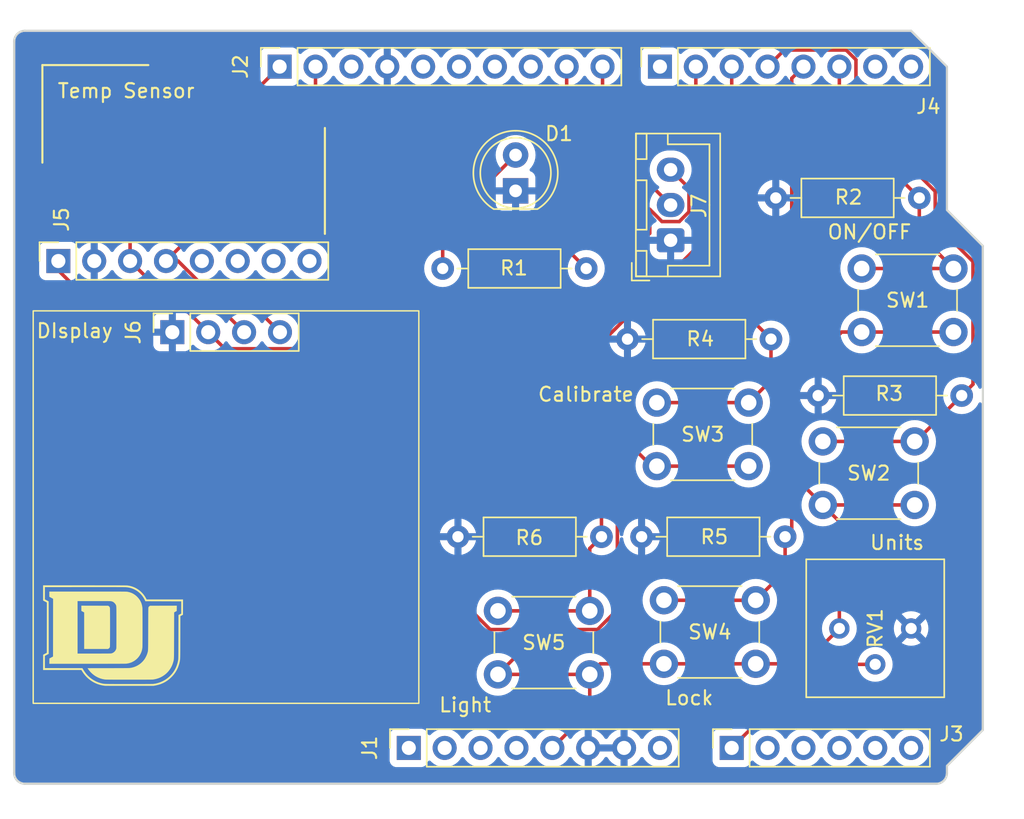
<source format=kicad_pcb>
(kicad_pcb (version 20240108) (generator "pcbnew") (generator_version "8.0")
  (title_block (title "Uno Shield ThermoPro") (date "2/3/2025") (rev "1.0") (company "Luciano Henriquez"))
  (layers (0 "F.Cu" signal) (31 "B.Cu" power) (34 "B.Paste" user) (35 "F.Paste" user) (36 "B.SilkS" user "B.Silkscreen") (37 "F.SilkS" user "F.Silkscreen") (38 "B.Mask" user) (39 "F.Mask" user) (44 "Edge.Cuts" user))
  (net 0 "")
  (net 1 "GND")
  (net 2 "+5V")
  (net 3 "/IOREF")
  (net 4 "/A1")
  (net 5 "/A2")
  (net 6 "/A3")
  (net 7 "/SDA{slash}A4")
  (net 8 "/SCL{slash}A5")
  (net 9 "/13")
  (net 10 "/12")
  (net 11 "/AREF")
  (net 12 "/temp_digital")
  (net 13 "/7")
  (net 14 "/*11")
  (net 15 "/*10")
  (net 16 "/TX{slash}1")
  (net 17 "/RX{slash}0")
  (net 18 "+3V3")
  (net 19 "VCC")
  (net 20 "/~{RESET}")
  (net 21 "/I2C_SCL")
  (net 22 "/I2C_SDA")
  (net 23 "/button_onoff")
  (net 24 "/button_lock")
  (net 25 "/button_light")
  (net 26 "/button_units")
  (net 27 "/button_cal")
  (net 28 "Net-(D1-A)")
  (net 29 "/led_light")
  (net 30 "/temp_sensor")
  (footprint "Connector_PinSocket_2.54mm:PinSocket_1x08_P2.54mm_Vertical" (layer "F.Cu") (at 127.94 97.46 90)
    (property "Reference" "J1" (at 0 -2.77 90) (layer "F.SilkS"))
    (property "Value" "Power")
    (pad "1" thru_hole rect (at 0 0 90) (size 1.7 1.7) (drill 1) (layers "*.Cu" "*.Mask"))
    (pad "2" thru_hole oval (at 0 2.54 90) (size 1.7 1.7) (drill 1) (layers "*.Cu" "*.Mask") (net 3 "/IOREF"))
    (pad "3" thru_hole oval (at 0 5.08 90) (size 1.7 1.7) (drill 1) (layers "*.Cu" "*.Mask") (net 20 "/~{RESET}"))
    (pad "4" thru_hole oval (at 0 7.62 90) (size 1.7 1.7) (drill 1) (layers "*.Cu" "*.Mask") (net 18 "+3V3"))
    (pad "5" thru_hole oval (at 0 10.16 90) (size 1.7 1.7) (drill 1) (layers "*.Cu" "*.Mask") (net 2 "+5V"))
    (pad "6" thru_hole oval (at 0 12.7 90) (size 1.7 1.7) (drill 1) (layers "*.Cu" "*.Mask") (net 1 "GND"))
    (pad "7" thru_hole oval (at 0 15.24 90) (size 1.7 1.7) (drill 1) (layers "*.Cu" "*.Mask") (net 1 "GND"))
    (pad "8" thru_hole oval (at 0 17.78 90) (size 1.7 1.7) (drill 1) (layers "*.Cu" "*.Mask") (net 19 "VCC"))
  )
  (footprint "Connector_PinSocket_2.54mm:PinSocket_1x06_P2.54mm_Vertical" (layer "F.Cu") (at 150.8 97.46 90)
    (property "Reference" "J3" (at 0.98 15.56 180) (layer "F.SilkS"))
    (property "Value" "Analog")
    (pad "1" thru_hole rect (at 0 0 90) (size 1.7 1.7) (drill 1) (layers "*.Cu" "*.Mask") (net 30 "/temp_sensor"))
    (pad "2" thru_hole oval (at 0 2.54 90) (size 1.7 1.7) (drill 1) (layers "*.Cu" "*.Mask") (net 4 "/A1"))
    (pad "3" thru_hole oval (at 0 5.08 90) (size 1.7 1.7) (drill 1) (layers "*.Cu" "*.Mask") (net 5 "/A2"))
    (pad "4" thru_hole oval (at 0 7.62 90) (size 1.7 1.7) (drill 1) (layers "*.Cu" "*.Mask") (net 6 "/A3"))
    (pad "5" thru_hole oval (at 0 10.16 90) (size 1.7 1.7) (drill 1) (layers "*.Cu" "*.Mask") (net 7 "/SDA{slash}A4"))
    (pad "6" thru_hole oval (at 0 12.7 90) (size 1.7 1.7) (drill 1) (layers "*.Cu" "*.Mask") (net 8 "/SCL{slash}A5"))
  )
  (footprint "Connector_PinSocket_2.54mm:PinSocket_1x10_P2.54mm_Vertical" (layer "F.Cu") (at 118.796 49.2 90)
    (property "Reference" "J2" (at 0 -2.77 90) (layer "F.SilkS"))
    (property "Value" "Digital/PWM")
    (pad "1" thru_hole rect (at 0 0 90) (size 1.7 1.7) (drill 1) (layers "*.Cu" "*.Mask") (net 21 "/I2C_SCL"))
    (pad "2" thru_hole oval (at 0 2.54 90) (size 1.7 1.7) (drill 1) (layers "*.Cu" "*.Mask") (net 22 "/I2C_SDA"))
    (pad "3" thru_hole oval (at 0 5.08 90) (size 1.7 1.7) (drill 1) (layers "*.Cu" "*.Mask") (net 11 "/AREF"))
    (pad "4" thru_hole oval (at 0 7.62 90) (size 1.7 1.7) (drill 1) (layers "*.Cu" "*.Mask") (net 1 "GND"))
    (pad "5" thru_hole oval (at 0 10.16 90) (size 1.7 1.7) (drill 1) (layers "*.Cu" "*.Mask") (net 9 "/13"))
    (pad "6" thru_hole oval (at 0 12.7 90) (size 1.7 1.7) (drill 1) (layers "*.Cu" "*.Mask") (net 10 "/12"))
    (pad "7" thru_hole oval (at 0 15.24 90) (size 1.7 1.7) (drill 1) (layers "*.Cu" "*.Mask") (net 14 "/*11"))
    (pad "8" thru_hole oval (at 0 17.78 90) (size 1.7 1.7) (drill 1) (layers "*.Cu" "*.Mask") (net 15 "/*10"))
    (pad "9" thru_hole oval (at 0 20.32 90) (size 1.7 1.7) (drill 1) (layers "*.Cu" "*.Mask") (net 29 "/led_light"))
    (pad "10" thru_hole oval (at 0 22.86 90) (size 1.7 1.7) (drill 1) (layers "*.Cu" "*.Mask") (net 12 "/temp_digital"))
  )
  (footprint "Connector_PinSocket_2.54mm:PinSocket_1x08_P2.54mm_Vertical" (layer "F.Cu") (at 145.72 49.2 90)
    (property "Reference" "J4" (at -2.83 19 180) (layer "F.SilkS"))
    (property "Value" "Digital/PWM")
    (pad "1" thru_hole rect (at 0 0 90) (size 1.7 1.7) (drill 1) (layers "*.Cu" "*.Mask") (net 13 "/7"))
    (pad "2" thru_hole oval (at 0 2.54 90) (size 1.7 1.7) (drill 1) (layers "*.Cu" "*.Mask") (net 25 "/button_light"))
    (pad "3" thru_hole oval (at 0 5.08 90) (size 1.7 1.7) (drill 1) (layers "*.Cu" "*.Mask") (net 27 "/button_cal"))
    (pad "4" thru_hole oval (at 0 7.62 90) (size 1.7 1.7) (drill 1) (layers "*.Cu" "*.Mask") (net 26 "/button_units"))
    (pad "5" thru_hole oval (at 0 10.16 90) (size 1.7 1.7) (drill 1) (layers "*.Cu" "*.Mask") (net 24 "/button_lock"))
    (pad "6" thru_hole oval (at 0 12.7 90) (size 1.7 1.7) (drill 1) (layers "*.Cu" "*.Mask") (net 23 "/button_onoff"))
    (pad "7" thru_hole oval (at 0 15.24 90) (size 1.7 1.7) (drill 1) (layers "*.Cu" "*.Mask") (net 16 "/TX{slash}1"))
    (pad "8" thru_hole oval (at 0 17.78 90) (size 1.7 1.7) (drill 1) (layers "*.Cu" "*.Mask") (net 17 "/RX{slash}0"))
  )
  (footprint "Button_Switch_THT:SW_PUSH_6mm" (layer "F.Cu") (at 146 87)
    (property "Reference" "SW4" (at 3.25 2.25 0) (layer "F.SilkS"))
    (property "Value" "SW_SPST")
    (pad "1" thru_hole circle (at 0 0 90) (size 2 2) (drill 1.1) (layers "*.Cu" "*.Mask") (net 24 "/button_lock"))
    (pad "1" thru_hole circle (at 6.5 0 90) (size 2 2) (drill 1.1) (layers "*.Cu" "*.Mask") (net 24 "/button_lock"))
    (pad "2" thru_hole circle (at 0 4.5 90) (size 2 2) (drill 1.1) (layers "*.Cu" "*.Mask") (net 2 "+5V"))
    (pad "2" thru_hole circle (at 6.5 4.5 90) (size 2 2) (drill 1.1) (layers "*.Cu" "*.Mask") (net 2 "+5V"))
  )
  (footprint "LED_THT:LED_D5.0mm" (layer "F.Cu") (at 135.5 58 90)
    (property "Reference" "D1" (at 4.05 3.07 180) (layer "F.SilkS"))
    (property "Value" "LED")
    (pad "1" thru_hole rect (at 0 0 90) (size 1.8 1.8) (drill 0.9) (layers "*.Cu" "*.Mask") (net 1 "GND"))
    (pad "2" thru_hole circle (at 2.54 0 90) (size 1.8 1.8) (drill 0.9) (layers "*.Cu" "*.Mask") (net 28 "Net-(D1-A)"))
  )
  (footprint "Button_Switch_THT:SW_PUSH_6mm" (layer "F.Cu") (at 134.25 87.75)
    (property "Reference" "SW5" (at 3.25 2.25 0) (layer "F.SilkS"))
    (property "Value" "SW_SPST")
    (pad "1" thru_hole circle (at 0 0 90) (size 2 2) (drill 1.1) (layers "*.Cu" "*.Mask") (net 25 "/button_light"))
    (pad "1" thru_hole circle (at 6.5 0 90) (size 2 2) (drill 1.1) (layers "*.Cu" "*.Mask") (net 25 "/button_light"))
    (pad "2" thru_hole circle (at 0 4.5 90) (size 2 2) (drill 1.1) (layers "*.Cu" "*.Mask") (net 2 "+5V"))
    (pad "2" thru_hole circle (at 6.5 4.5 90) (size 2 2) (drill 1.1) (layers "*.Cu" "*.Mask") (net 2 "+5V"))
  )
  (footprint "Button_Switch_THT:SW_PUSH_6mm" (layer "F.Cu") (at 157.25 75.75)
    (property "Reference" "SW2" (at 3.25 2.25 0) (layer "F.SilkS"))
    (property "Value" "SW_SPST")
    (pad "1" thru_hole circle (at 0 0 90) (size 2 2) (drill 1.1) (layers "*.Cu" "*.Mask") (net 26 "/button_units"))
    (pad "1" thru_hole circle (at 6.5 0 90) (size 2 2) (drill 1.1) (layers "*.Cu" "*.Mask") (net 26 "/button_units"))
    (pad "2" thru_hole circle (at 0 4.5 90) (size 2 2) (drill 1.1) (layers "*.Cu" "*.Mask") (net 2 "+5V"))
    (pad "2" thru_hole circle (at 6.5 4.5 90) (size 2 2) (drill 1.1) (layers "*.Cu" "*.Mask") (net 2 "+5V"))
  )
  (footprint "Resistor_THT:R_Axial_DIN0207_L6.3mm_D2.5mm_P10.16mm_Horizontal" (layer "F.Cu") (at 153.58 68.5 180)
    (property "Reference" "R4" (at 5.01 0.01 0) (layer "F.SilkS"))
    (property "Value" "100k")
    (pad "1" thru_hole circle (at 0 0 180) (size 1.6 1.6) (drill 0.8) (layers "*.Cu" "*.Mask") (net 27 "/button_cal"))
    (pad "2" thru_hole oval (at 10.16 0 180) (size 1.6 1.6) (drill 0.8) (layers "*.Cu" "*.Mask") (net 1 "GND"))
  )
  (footprint "LOGO" (layer "F.Cu") (at 107 89.5)
    (property "Reference" "G***" (hide yes))
    (property "Value" "LOGO" (hide yes))
  )
  (footprint "Resistor_THT:R_Axial_DIN0207_L6.3mm_D2.5mm_P10.16mm_Horizontal" (layer "F.Cu") (at 140.5 63.5 180)
    (property "Reference" "R1" (at 5.12 0.03 0) (layer "F.SilkS"))
    (property "Value" "1k")
    (pad "1" thru_hole circle (at 0 0 180) (size 1.6 1.6) (drill 0.8) (layers "*.Cu" "*.Mask") (net 29 "/led_light"))
    (pad "2" thru_hole oval (at 10.16 0 180) (size 1.6 1.6) (drill 0.8) (layers "*.Cu" "*.Mask") (net 28 "Net-(D1-A)"))
  )
  (footprint "Button_Switch_THT:SW_PUSH_6mm" (layer "F.Cu") (at 145.5 73)
    (property "Reference" "SW3" (at 3.25 2.25 0) (layer "F.SilkS"))
    (property "Value" "SW_SPST")
    (pad "1" thru_hole circle (at 0 0 90) (size 2 2) (drill 1.1) (layers "*.Cu" "*.Mask") (net 27 "/button_cal"))
    (pad "1" thru_hole circle (at 6.5 0 90) (size 2 2) (drill 1.1) (layers "*.Cu" "*.Mask") (net 27 "/button_cal"))
    (pad "2" thru_hole circle (at 0 4.5 90) (size 2 2) (drill 1.1) (layers "*.Cu" "*.Mask") (net 2 "+5V"))
    (pad "2" thru_hole circle (at 6.5 4.5 90) (size 2 2) (drill 1.1) (layers "*.Cu" "*.Mask") (net 2 "+5V"))
  )
  (footprint "Connector_PinSocket_2.54mm:PinSocket_1x04_P2.54mm_Vertical" (layer "F.Cu") (at 111.2 68.01 90)
    (property "Reference" "J6" (at 0 -2.77 90) (layer "F.SilkS"))
    (property "Value" "CONN_DISPLAY")
    (pad "1" thru_hole rect (at 0 0 90) (size 1.7 1.7) (drill 1) (layers "*.Cu" "*.Mask") (net 1 "GND"))
    (pad "2" thru_hole oval (at 0 2.54 90) (size 1.7 1.7) (drill 1) (layers "*.Cu" "*.Mask") (net 2 "+5V"))
    (pad "3" thru_hole oval (at 0 5.08 90) (size 1.7 1.7) (drill 1) (layers "*.Cu" "*.Mask") (net 21 "/I2C_SCL"))
    (pad "4" thru_hole oval (at 0 7.62 90) (size 1.7 1.7) (drill 1) (layers "*.Cu" "*.Mask") (net 22 "/I2C_SDA"))
  )
  (footprint "Button_Switch_THT:SW_PUSH_6mm" (layer "F.Cu") (at 160 63.5)
    (property "Reference" "SW1" (at 3.25 2.25 0) (layer "F.SilkS"))
    (property "Value" "SW_SPST")
    (pad "1" thru_hole circle (at 0 0 90) (size 2 2) (drill 1.1) (layers "*.Cu" "*.Mask") (net 23 "/button_onoff"))
    (pad "1" thru_hole circle (at 6.5 0 90) (size 2 2) (drill 1.1) (layers "*.Cu" "*.Mask") (net 23 "/button_onoff"))
    (pad "2" thru_hole circle (at 0 4.5 90) (size 2 2) (drill 1.1) (layers "*.Cu" "*.Mask") (net 2 "+5V"))
    (pad "2" thru_hole circle (at 6.5 4.5 90) (size 2 2) (drill 1.1) (layers "*.Cu" "*.Mask") (net 2 "+5V"))
  )
  (footprint "Resistor_THT:R_Axial_DIN0207_L6.3mm_D2.5mm_P10.16mm_Horizontal" (layer "F.Cu") (at 154.58 82.5 180)
    (property "Reference" "R5" (at 5.01 -0.01 0) (layer "F.SilkS"))
    (property "Value" "100k")
    (pad "1" thru_hole circle (at 0 0 180) (size 1.6 1.6) (drill 0.8) (layers "*.Cu" "*.Mask") (net 24 "/button_lock"))
    (pad "2" thru_hole oval (at 10.16 0 180) (size 1.6 1.6) (drill 0.8) (layers "*.Cu" "*.Mask") (net 1 "GND"))
  )
  (footprint "Connector_JST:JST_XH_B3B-XH-A_1x03_P2.50mm_Vertical" (layer "F.Cu") (at 146.475 61.5 90)
    (property "Reference" "J7" (at 2.44 2.01 90) (layer "F.SilkS"))
    (property "Value" "CONN_TEMP")
    (pad "1" thru_hole roundrect (at 0 0 90) (size 1.7 1.95) (drill 0.95) (layers "*.Cu" "*.Mask") (roundrect_rratio 0.147059) (net 1 "GND"))
    (pad "2" thru_hole oval (at 2.5 0 90) (size 1.7 1.95) (drill 0.95) (layers "*.Cu" "*.Mask") (net 12 "/temp_digital"))
    (pad "3" thru_hole oval (at 5 0 90) (size 1.7 1.95) (drill 0.95) (layers "*.Cu" "*.Mask") (net 2 "+5V"))
  )
  (footprint "Resistor_THT:R_Axial_DIN0207_L6.3mm_D2.5mm_P10.16mm_Horizontal" (layer "F.Cu") (at 164.08 58.5 180)
    (property "Reference" "R2" (at 5.01 0.05 0) (layer "F.SilkS"))
    (property "Value" "100k")
    (pad "1" thru_hole circle (at 0 0 180) (size 1.6 1.6) (drill 0.8) (layers "*.Cu" "*.Mask") (net 23 "/button_onoff"))
    (pad "2" thru_hole oval (at 10.16 0 180) (size 1.6 1.6) (drill 0.8) (layers "*.Cu" "*.Mask") (net 1 "GND"))
  )
  (footprint "Potentiometer_THT:Potentiometer_Bourns_3386P_Vertical" (layer "F.Cu") (at 158.42 89 -90)
    (property "Reference" "RV1" (at -0.015 -2.54 90) (layer "F.SilkS"))
    (property "Value" "10k")
    (pad "1" thru_hole circle (at 0 0 270) (size 1.44 1.44) (drill 0.8) (layers "*.Cu" "*.Mask") (net 2 "+5V"))
    (pad "2" thru_hole circle (at 2.54 -2.54 270) (size 1.44 1.44) (drill 0.8) (layers "*.Cu" "*.Mask") (net 30 "/temp_sensor"))
    (pad "3" thru_hole circle (at 0 -5.08 270) (size 1.44 1.44) (drill 0.8) (layers "*.Cu" "*.Mask") (net 1 "GND"))
  )
  (footprint "Connector_PinSocket_2.54mm:PinSocket_1x08_P2.54mm_Vertical" (layer "F.Cu") (at 103.13 62.97 90)
    (property "Reference" "J5" (at 2.94 0.23 90) (layer "F.SilkS"))
    (property "Value" "CONN_GYRO")
    (pad "1" thru_hole rect (at 0 0 90) (size 1.7 1.7) (drill 1) (layers "*.Cu" "*.Mask") (net 2 "+5V"))
    (pad "2" thru_hole oval (at 0 2.54 90) (size 1.7 1.7) (drill 1) (layers "*.Cu" "*.Mask") (net 1 "GND"))
    (pad "3" thru_hole oval (at 0 5.08 90) (size 1.7 1.7) (drill 1) (layers "*.Cu" "*.Mask") (net 21 "/I2C_SCL"))
    (pad "4" thru_hole oval (at 0 7.62 90) (size 1.7 1.7) (drill 1) (layers "*.Cu" "*.Mask") (net 22 "/I2C_SDA"))
    (pad "5" thru_hole oval (at 0 10.16 90) (size 1.7 1.7) (drill 1) (layers "*.Cu" "*.Mask"))
    (pad "6" thru_hole oval (at 0 12.7 90) (size 1.7 1.7) (drill 1) (layers "*.Cu" "*.Mask"))
    (pad "7" thru_hole oval (at 0 15.24 90) (size 1.7 1.7) (drill 1) (layers "*.Cu" "*.Mask"))
    (pad "8" thru_hole oval (at 0 17.78 90) (size 1.7 1.7) (drill 1) (layers "*.Cu" "*.Mask"))
  )
  (footprint "Resistor_THT:R_Axial_DIN0207_L6.3mm_D2.5mm_P10.16mm_Horizontal" (layer "F.Cu") (at 141.58 82.5 180)
    (property "Reference" "R6" (at 5.11 -0.07 0) (layer "F.SilkS"))
    (property "Value" "100k")
    (pad "1" thru_hole circle (at 0 0 180) (size 1.6 1.6) (drill 0.8) (layers "*.Cu" "*.Mask") (net 25 "/button_light"))
    (pad "2" thru_hole oval (at 10.16 0 180) (size 1.6 1.6) (drill 0.8) (layers "*.Cu" "*.Mask") (net 1 "GND"))
  )
  (footprint "Resistor_THT:R_Axial_DIN0207_L6.3mm_D2.5mm_P10.16mm_Horizontal" (layer "F.Cu") (at 167.08 72.5 180)
    (property "Reference" "R3" (at 5.13 0.14 0) (layer "F.SilkS"))
    (property "Value" "100k")
    (pad "1" thru_hole circle (at 0 0 180) (size 1.6 1.6) (drill 0.8) (layers "*.Cu" "*.Mask") (net 26 "/button_units"))
    (pad "2" thru_hole oval (at 10.16 0 180) (size 1.6 1.6) (drill 0.8) (layers "*.Cu" "*.Mask") (net 1 "GND"))
  )
  (gr_line (start 102 49.09) (end 109.50054 49.09) (stroke (width 0.15)) (layer "F.SilkS"))
  (gr_line (start 102 49.09) (end 102 56) (stroke (width 0.15)) (layer "F.SilkS"))
  (gr_line (start 122 61.045) (end 122 53.545) (stroke (width 0.15)) (layer "F.SilkS"))
  (gr_rect (start 101.35 66.5) (end 128.65 94.3) (stroke (width 0.1)) (fill none) (layer "F.SilkS"))
  (gr_line (start 166.04 59.36) (end 168.58 61.9) (stroke (width 0.15)) (layer "Edge.Cuts"))
  (gr_line (start 100 99.238) (end 100 47.422) (stroke (width 0.15)) (layer "Edge.Cuts"))
  (gr_line (start 168.58 61.9) (end 168.58 96.19) (stroke (width 0.15)) (layer "Edge.Cuts"))
  (gr_line (start 165.278 100) (end 100.762 100) (stroke (width 0.15)) (layer "Edge.Cuts"))
  (gr_line (start 100.762 46.66) (end 163.5 46.66) (stroke (width 0.15)) (layer "Edge.Cuts"))
  (gr_arc (start 100.762 100) (mid 100.223185 99.776815) (end 100 99.238) (stroke (width 0.15)) (layer "Edge.Cuts"))
  (gr_line (start 168.58 96.19) (end 166.04 98.73) (stroke (width 0.15)) (layer "Edge.Cuts"))
  (gr_line (start 163.5 46.66) (end 166.04 49.2) (stroke (width 0.15)) (layer "Edge.Cuts"))
  (gr_arc (start 166.04 99.238) (mid 165.816815 99.776815) (end 165.278 100) (stroke (width 0.15)) (layer "Edge.Cuts"))
  (gr_line (start 166.04 49.2) (end 166.04 59.36) (stroke (width 0.15)) (layer "Edge.Cuts"))
  (gr_line (start 166.04 98.73) (end 166.04 99.238) (stroke (width 0.15)) (layer "Edge.Cuts"))
  (gr_arc (start 100 47.422) (mid 100.223185 46.883185) (end 100.762 46.66) (stroke (width 0.15)) (layer "Edge.Cuts"))
  (gr_text "Lock" (at 146 94.5 0) (layer "F.SilkS") (effects (font (size 1 1)) (justify left bottom)))
  (gr_text "Light" (at 130 95 0) (layer "F.SilkS") (effects (font (size 1 1)) (justify left bottom)))
  (gr_text "Units\n" (at 160.5 83.5 0) (layer "F.SilkS") (effects (font (size 1 1)) (justify left bottom)))
  (gr_text "DIsplay\n" (at 101.5 68.5 0) (layer "F.SilkS") (effects (font (size 1 1)) (justify left bottom)))
  (gr_text "Calibrate" (at 137 73 0) (layer "F.SilkS") (effects (font (size 1 1)) (justify left bottom)))
  (gr_text "Temp Sensor\n" (at 103 51.5 0) (layer "F.SilkS") (effects (font (size 1 1)) (justify left bottom)))
  (gr_text "ON/OFF" (at 157.5 61.5 0) (layer "F.SilkS") (effects (font (size 1 1)) (justify left bottom)))
  (segment (start 147.775 57.8) (end 146.475 56.5) (width 0.25) (layer "F.Cu") (net 2))
  (segment (start 125 72.185) (end 122 69.185) (width 0.25) (layer "F.Cu") (net 2))
  (segment (start 147.775 59.486701) (end 147.775 57.8) (width 0.25) (layer "F.Cu") (net 2))
  (segment (start 160 68) (end 158.585787 68) (width 0.25) (layer "F.Cu") (net 2))
  (segment (start 158.42 81.42) (end 157.25 80.25) (width 0.25) (layer "F.Cu") (net 2))
  (segment (start 142.705 75.075) (end 142.705 87.668833) (width 0.25) (layer "F.Cu") (net 2))
  (segment (start 155.5 78.5) (end 157.25 80.25) (width 0.25) (layer "F.Cu") (net 2))
  (segment (start 145 59.311701) (end 145.863299 60.175) (width 0.25) (layer "F.Cu") (net 2))
  (segment (start 122 69.185) (end 136.815 69.185) (width 0.25) (layer "F.Cu") (net 2))
  (segment (start 158.42 89) (end 158.42 81.42) (width 0.25) (layer "F.Cu") (net 2))
  (segment (start 158.585787 68) (end 155.5 71.085787) (width 0.25) (layer "F.Cu") (net 2))
  (segment (start 134.25 92.25) (end 140.75 92.25) (width 0.25) (layer "F.Cu") (net 2))
  (segment (start 145.13 77.5) (end 142.705 75.075) (width 0.25) (layer "F.Cu") (net 2))
  (segment (start 103.13 63.63) (end 105 65.5) (width 0.25) (layer "F.Cu") (net 2))
  (segment (start 146 91.5) (end 141.5 91.5) (width 0.25) (layer "F.Cu") (net 2))
  (segment (start 152.5 91.5) (end 155.92 91.5) (width 0.25) (layer "F.Cu") (net 2))
  (segment (start 134.25 92.25) (end 137 89.5) (width 0.25) (layer "F.Cu") (net 2))
  (segment (start 157.25 80.25) (end 163.75 80.25) (width 0.25) (layer "F.Cu") (net 2))
  (segment (start 125 80.373833) (end 125 72.185) (width 0.25) (layer "F.Cu") (net 2))
  (segment (start 113.74 68.01) (end 114.915 69.185) (width 0.25) (layer "F.Cu") (net 2))
  (segment (start 136.815 69.185) (end 145 61) (width 0.25) (layer "F.Cu") (net 2))
  (segment (start 114.915 69.185) (end 122 69.185) (width 0.25) (layer "F.Cu") (net 2))
  (segment (start 146 91.5) (end 152.5 91.5) (width 0.25) (layer "F.Cu") (net 2))
  (segment (start 111.23 65.5) (end 113.74 68.01) (width 0.25) (layer "F.Cu") (net 2))
  (segment (start 145 61) (end 145 59.311701) (width 0.25) (layer "F.Cu") (net 2))
  (segment (start 142.705 87.668833) (end 141.298833 89.075) (width 0.25) (layer "F.Cu") (net 2))
  (segment (start 141.298833 89.075) (end 137 89.075) (width 0.25) (layer "F.Cu") (net 2))
  (segment (start 141.5 91.5) (end 140.75 92.25) (width 0.25) (layer "F.Cu") (net 2))
  (segment (start 152 77.5) (end 145.5 77.5) (width 0.25) (layer "F.Cu") (net 2))
  (segment (start 155.92 91.5) (end 158.42 89) (width 0.25) (layer "F.Cu") (net 2))
  (segment (start 138.1 97.46) (end 140.75 94.81) (width 0.25) (layer "F.Cu") (net 2))
  (segment (start 137 89.075) (end 133.701167 89.075) (width 0.25) (layer "F.Cu") (net 2))
  (segment (start 140.75 94.81) (end 140.75 92.25) (width 0.25) (layer "F.Cu") (net 2))
  (segment (start 147.086701 60.175) (end 147.775 59.486701) (width 0.25) (layer "F.Cu") (net 2))
  (segment (start 137 89.5) (end 137 89.075) (width 0.25) (layer "F.Cu") (net 2))
  (segment (start 145.863299 60.175) (end 147.086701 60.175) (width 0.25) (layer "F.Cu") (net 2))
  (segment (start 105 65.5) (end 111.23 65.5) (width 0.25) (layer "F.Cu") (net 2))
  (segment (start 160 68) (end 166.5 68) (width 0.25) (layer "F.Cu") (net 2))
  (segment (start 155.5 71.085787) (end 155.5 78.5) (width 0.25) (layer "F.Cu") (net 2))
  (segment (start 133.701167 89.075) (end 125 80.373833) (width 0.25) (layer "F.Cu") (net 2))
  (segment (start 141.656 49.2) (end 141.656 54.181) (width 0.25) (layer "F.Cu") (net 12))
  (segment (start 141.656 54.181) (end 146.475 59) (width 0.25) (layer "F.Cu") (net 12))
  (segment (start 108.21 59.786) (end 118.796 49.2) (width 0.25) (layer "F.Cu") (net 21))
  (segment (start 108.21 62.97) (end 108.21 59.786) (width 0.25) (layer "F.Cu") (net 21))
  (segment (start 109.74 64.5) (end 112.5 64.5) (width 0.25) (layer "F.Cu") (net 21))
  (segment (start 112.5 64.5) (end 113 65) (width 0.25) (layer "F.Cu") (net 21))
  (segment (start 113.27 65) (end 116.28 68.01) (width 0.25) (layer "F.Cu") (net 21))
  (segment (start 113 65) (end 113.27 65) (width 0.25) (layer "F.Cu") (net 21))
  (segment (start 108.21 62.97) (end 109.74 64.5) (width 0.25) (layer "F.Cu") (net 21))
  (segment (start 110.75 62.97) (end 111.606396 62.97) (width 0.25) (layer "F.Cu") (net 22))
  (segment (start 121.336 52.384) (end 110.75 62.97) (width 0.25) (layer "F.Cu") (net 22))
  (segment (start 115.36 64.55) (end 118.82 68.01) (width 0.25) (layer "F.Cu") (net 22))
  (segment (start 111.606396 62.97) (end 113.186396 64.55) (width 0.25) (layer "F.Cu") (net 22))
  (segment (start 121.336 49.2) (end 121.336 52.384) (width 0.25) (layer "F.Cu") (net 22))
  (segment (start 113.186396 64.55) (end 115.36 64.55) (width 0.25) (layer "F.Cu") (net 22))
  (segment (start 164.08 58.5) (end 164.08 61.08) (width 0.25) (layer "F.Cu") (net 23))
  (segment (start 160 63.5) (end 166.5 63.5) (width 0.25) (layer "F.Cu") (net 23))
  (segment (start 158.42 52.84) (end 164.08 58.5) (width 0.25) (layer "F.Cu") (net 23))
  (segment (start 158.42 49.2) (end 158.42 52.84) (width 0.25) (layer "F.Cu") (net 23))
  (segment (start 164.08 61.08) (end 166.5 63.5) (width 0.25) (layer "F.Cu") (net 23))
  (segment (start 155.88 49.2) (end 155.05 50.03) (width 0.25) (layer "F.Cu") (net 24))
  (segment (start 154.58 84.92) (end 152.5 87) (width 0.25) (layer "F.Cu") (net 24))
  (segment (start 154.58 82.5) (end 154.58 84.92) (width 0.25) (layer "F.Cu") (net 24))
  (segment (start 152.5 87) (end 146 87) (width 0.25) (layer "F.Cu") (net 24))
  (segment (start 155.05 50.03) (end 155.05 82.03) (width 0.25) (layer "F.Cu") (net 24))
  (segment (start 140.75 87.75) (end 140.75 83.33) (width 0.25) (layer "F.Cu") (net 25))
  (segment (start 141.58 82.5) (end 141.58 68.749009) (width 0.25) (layer "F.Cu") (net 25))
  (segment (start 140.75 83.33) (end 141.58 82.5) (width 0.25) (layer "F.Cu") (net 25))
  (segment (start 140.75 87.75) (end 134.25 87.75) (width 0.25) (layer "F.Cu") (net 25))
  (segment (start 141.58 68.749009) (end 148.26 62.069009) (width 0.25) (layer "F.Cu") (net 25))
  (segment (start 148.26 62.069009) (end 148.26 49.2) (width 0.25) (layer "F.Cu") (net 25))
  (segment (start 159.595 52.424009) (end 165.205 58.034009) (width 0.25) (layer "F.Cu") (net 26))
  (segment (start 158.906701 48.025) (end 159.595 48.713299) (width 0.25) (layer "F.Cu") (net 26))
  (segment (start 165.205 58.034009) (end 165.205 60.331167) (width 0.25) (layer "F.Cu") (net 26))
  (segment (start 157.25 75.75) (end 163.75 75.75) (width 0.25) (layer "F.Cu") (net 26))
  (segment (start 154.515 48.025) (end 158.906701 48.025) (width 0.25) (layer "F.Cu") (net 26))
  (segment (start 167.879999 63.006166) (end 167.879999 71.700001) (width 0.25) (layer "F.Cu") (net 26))
  (segment (start 159.595 48.713299) (end 159.595 52.424009) (width 0.25) (layer "F.Cu") (net 26))
  (segment (start 165.205 60.331167) (end 167.879999 63.006166) (width 0.25) (layer "F.Cu") (net 26))
  (segment (start 167.08 72.5) (end 163.83 75.75) (width 0.25) (layer "F.Cu") (net 26))
  (segment (start 167.879999 71.700001) (end 167.08 72.5) (width 0.25) (layer "F.Cu") (net 26))
  (segment (start 153.34 49.2) (end 154.515 48.025) (width 0.25) (layer "F.Cu") (net 26))
  (segment (start 150.8 49.2) (end 150.8 65.72) (width 0.25) (layer "F.Cu") (net 27))
  (segment (start 153.58 71.42) (end 152 73) (width 0.25) (layer "F.Cu") (net 27))
  (segment (start 150.8 65.72) (end 153.58 68.5) (width 0.25) (layer "F.Cu") (net 27))
  (segment (start 153.58 68.5) (end 153.58 71.42) (width 0.25) (layer "F.Cu") (net 27))
  (segment (start 145.5 73) (end 152 73) (width 0.25) (layer "F.Cu") (net 27))
  (segment (start 130.34 60.62) (end 130.34 63.5) (width 0.25) (layer "F.Cu") (net 28))
  (segment (start 135.5 55.46) (end 130.34 60.62) (width 0.25) (layer "F.Cu") (net 28))
  (segment (start 139.116 62.116) (end 140.5 63.5) (width 0.25) (layer "F.Cu") (net 29))
  (segment (start 139.116 49.2) (end 139.116 62.116) (width 0.25) (layer "F.Cu") (net 29))
  (segment (start 156.72 91.54) (end 160.96 91.54) (width 0.25) (layer "F.Cu") (net 30))
  (segment (start 150.8 97.46) (end 156.72 91.54) (width 0.25) (layer "F.Cu") (net 30))
  (zone (net 1) (net_name "GND") (layer "B.Cu") (connect_pads (clearance 0.508)) (min_thickness 0.25) (fill yes (thermal_gap 0.5) (thermal_bridge_width 0.5))
    (polygon (pts (xy 99.5 46) (xy 171.5 46) (xy 171.5 102.5) (xy 99 102)))
  )
)
</source>
